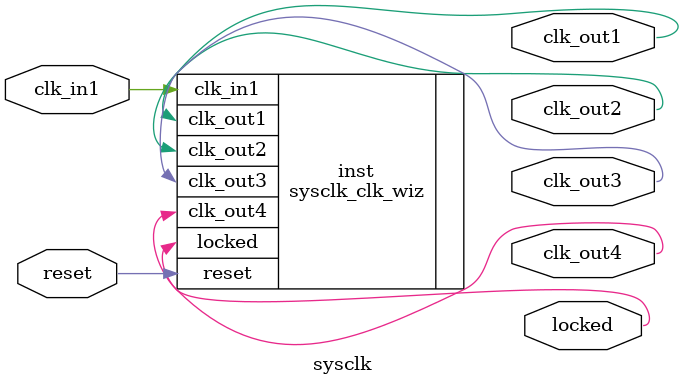
<source format=v>


`timescale 1ps/1ps

(* CORE_GENERATION_INFO = "sysclk,clk_wiz_v6_0_2_0_0,{component_name=sysclk,use_phase_alignment=false,use_min_o_jitter=false,use_max_i_jitter=false,use_dyn_phase_shift=false,use_inclk_switchover=false,use_dyn_reconfig=false,enable_axi=0,feedback_source=FDBK_AUTO,PRIMITIVE=MMCM,num_out_clk=4,clkin1_period=5.000,clkin2_period=10.0,use_power_down=false,use_reset=true,use_locked=true,use_inclk_stopped=false,feedback_type=SINGLE,CLOCK_MGR_TYPE=NA,manual_override=false}" *)

module sysclk 
 (
  // Clock out ports
  output        clk_out1,
  output        clk_out2,
  output        clk_out3,
  output        clk_out4,
  // Status and control signals
  input         reset,
  output        locked,
 // Clock in ports
  input         clk_in1
 );

  sysclk_clk_wiz inst
  (
  // Clock out ports  
  .clk_out1(clk_out1),
  .clk_out2(clk_out2),
  .clk_out3(clk_out3),
  .clk_out4(clk_out4),
  // Status and control signals               
  .reset(reset), 
  .locked(locked),
 // Clock in ports
  .clk_in1(clk_in1)
  );

endmodule

</source>
